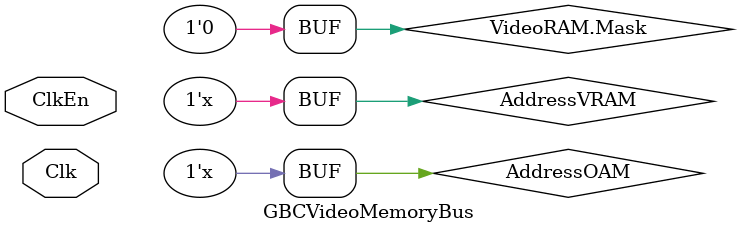
<source format=sv>

module GBCVideoMemoryBus
(
    input logic Clk,
    input logic ClkEn,
    // Actual VRAM module
    IRetroMemoryPort.Initiator VideoRAM,

    // TODO:  Mode here, from ppu
    // TODO:  Another Target bus from ppu
    // the system memory controller accesses VRAM and OAM through here.
    // Acknowledges Address[13:0] as VRAM banks, plus the actual OAM addresses
    IRetroMemoryPort.Target MemoryBus
);

    logic[1:0] Mode;
    // OAM, expose as a memory port separate from VRAM because VRAM is accessible during mode 2
    logic ['hfe9f:'hfe00] OAM;

    wire AddressOAM, ReadOAM, WriteOAM;
    wire AddressVRAM, ReadVRAM, WriteVRAM;

    // VRAM is only 13 bits, and here assumes the caller only calls OAM with the correct addresses
    assign AddressOAM = MemoryBus.Address[15] == '1;
    assign ReadOAM = AddressOAM && MemoryBus.Access && !MemoryBus.Write;
    assign WriteOAM = AddressOAM && MemoryBus.Access && MemoryBus.Write;

    assign AddressVRAM = !MemoryBus.Address[15];
    assign ReadVRAM = AddressVRAM && MemoryBus.Access && !MemoryBus.Write;
    assign WriteVRAM = AddressVRAM && MemoryBus.Access && MemoryBus.Write;

    // Avoiding multiple drivers
    logic Passthrough;
    wire [7:0] OAMData;
    logic DataBuffer;

    assign OAMData = (!ReadOAM || Mode[1]) ? 'hff : OAM[MemoryBus.Address];

    logic [13:0] VRAMAddress;

    logic VRAMAccess;
    logic VRAMBuffer; // Outgoing buffer
    logic VRAMWrite;
    
    // On mode 3, this module accesses VRAM.
    assign VideoRAM.Address = (Mode == 'h3) ? VRAMAddress : MemoryBus.Address[13:0];
    assign VideoRAM.DToTarget = (Mode == 'h3) ? VRAMBuffer : MemoryBus.DToTarget;
    // Mode 3 only internal, else only if memory bus addresses VRAM
    assign VideoRAM.Access = (Mode == 'h3) ? VRAMAccess : (MemoryBus.Access && AddressVRAM);
    assign VideoRAM.Mask = '0;
    
    assign VideoRAM.Write = (Mode == 'h3) ? VRAMWrite : (MemoryBus.Write && AddressVRAM);
    // When servicing requests locally, set Passthrough to 0 and assign to DataBuffer.
    assign MemoryBus.DToInitiator = Passthrough ? VideoRAM.DToInitiator : DataBuffer;
    
    // XXX:  'Ready' is probably bad interface here.
    assign MemoryBus.Ready = Passthrough ? VideoRAM.Ready : '1;
    // Data is always immediately ready locally
    assign MemoryBus.DataReady = Passthrough ? VideoRAM.DataReady : '1;

    // OAM Access doesn't work during Mode 2 ('b10) or 3('b11)
    always_ff @(posedge Clk)
    begin
        if (AddressOAM)
        begin
            // Serve OAM locally. In modes 2 and 3, return 0xff and do not write OAM
            Passthrough <= '0;
            if (ReadOAM)
                DataBuffer <= OAMData;
            else if (WriteOAM && !Mode[1])
                OAM[MemoryBus.Address] <= MemoryBus.ToTarget;
        end else //if (AddressVRAM)
        begin
            // Always pass through unless mode is 3.  Return 0xff in mode 3.
            Passthrough <= (Mode == 2'b11) ? '0 : '1;
            DataBuffer <= 'hff;
        end
        
        // TODO:  Internal VRAM/OAM access
        // A separate VRAM bus takes priority.  Depending on mode, pass through to VRAM or OAM
        // for that bus and feed the system bus 0xff.
    end
endmodule
</source>
